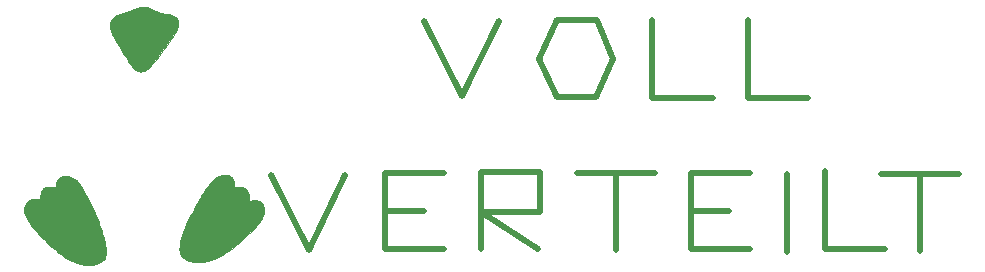
<source format=gbr>
%TF.GenerationSoftware,KiCad,Pcbnew,6.0.0-rc1-unknown-65cbf2d2b7~144~ubuntu18.04.1*%
%TF.CreationDate,2022-01-27T22:01:49+01:00*%
%TF.ProjectId,voll_verteilt,766f6c6c-5f76-4657-9274-65696c742e6b,rev?*%
%TF.SameCoordinates,PX52f83c0PY660b0c0*%
%TF.FileFunction,Soldermask,Top*%
%TF.FilePolarity,Negative*%
%FSLAX46Y46*%
G04 Gerber Fmt 4.6, Leading zero omitted, Abs format (unit mm)*
G04 Created by KiCad (PCBNEW 6.0.0-rc1-unknown-65cbf2d2b7~144~ubuntu18.04.1) date 2022-01-27 22:01:49*
%MOMM*%
%LPD*%
G01*
G04 APERTURE LIST*
%ADD10C,0.500000*%
%ADD11C,0.090994*%
%ADD12C,0.100000*%
G04 APERTURE END LIST*
D10*
X63000000Y22300000D02*
X63000000Y15700000D01*
X58150000Y6050000D02*
X58150000Y2900000D01*
X48500000Y9350000D02*
X55100000Y9350000D01*
D11*
X17784956Y2081654D02*
X17952773Y2153337D01*
X17952773Y2153337D02*
X18121817Y2232598D01*
X18121817Y2232598D02*
X18292249Y2319553D01*
X18292249Y2319553D02*
X18464228Y2414317D01*
X18464228Y2414317D02*
X18637911Y2517006D01*
X18637911Y2517006D02*
X18813459Y2627734D01*
X18813459Y2627734D02*
X18991029Y2746618D01*
X18991029Y2746618D02*
X19170782Y2873772D01*
X19170782Y2873772D02*
X19352876Y3009312D01*
X19352876Y3009312D02*
X19537470Y3153354D01*
X19537470Y3153354D02*
X19724722Y3306013D01*
X19724722Y3306013D02*
X19914793Y3467403D01*
X19914793Y3467403D02*
X20107841Y3637642D01*
X20107841Y3637642D02*
X20304024Y3816843D01*
X20304024Y3816843D02*
X20503502Y4005122D01*
X20503502Y4005122D02*
X20706434Y4202595D01*
X20706434Y4202595D02*
X20897359Y4392773D01*
X20897359Y4392773D02*
X21069510Y4568130D01*
X21069510Y4568130D02*
X21223777Y4730068D01*
X21223777Y4730068D02*
X21361052Y4879994D01*
X21361052Y4879994D02*
X21482225Y5019311D01*
X21482225Y5019311D02*
X21588187Y5149424D01*
X21588187Y5149424D02*
X21679830Y5271736D01*
X21679830Y5271736D02*
X21758043Y5387654D01*
X21758043Y5387654D02*
X21823719Y5498580D01*
X21823719Y5498580D02*
X21877747Y5605920D01*
X21877747Y5605920D02*
X21921019Y5711077D01*
X21921019Y5711077D02*
X21954425Y5815457D01*
X21954425Y5815457D02*
X21978857Y5920463D01*
X21978857Y5920463D02*
X21995206Y6027500D01*
X21995206Y6027500D02*
X22004362Y6137973D01*
X22004362Y6137973D02*
X22007216Y6253285D01*
X22007216Y6253285D02*
X22006268Y6303800D01*
X22006268Y6303800D02*
X22003438Y6352852D01*
X22003438Y6352852D02*
X21998746Y6400423D01*
X21998746Y6400423D02*
X21992209Y6446496D01*
X21992209Y6446496D02*
X21983847Y6491052D01*
X21983847Y6491052D02*
X21973680Y6534075D01*
X21973680Y6534075D02*
X21961725Y6575546D01*
X21961725Y6575546D02*
X21948004Y6615447D01*
X21948004Y6615447D02*
X21932534Y6653762D01*
X21932534Y6653762D02*
X21915334Y6690473D01*
X21915334Y6690473D02*
X21896425Y6725561D01*
X21896425Y6725561D02*
X21875824Y6759009D01*
X21875824Y6759009D02*
X21853551Y6790800D01*
X21853551Y6790800D02*
X21829625Y6820915D01*
X21829625Y6820915D02*
X21804066Y6849338D01*
X21804066Y6849338D02*
X21776892Y6876049D01*
X21776892Y6876049D02*
X21748122Y6901033D01*
X21748122Y6901033D02*
X21717776Y6924271D01*
X21717776Y6924271D02*
X21685872Y6945745D01*
X21685872Y6945745D02*
X21652431Y6965438D01*
X21652431Y6965438D02*
X21617470Y6983332D01*
X21617470Y6983332D02*
X21581009Y6999410D01*
X21581009Y6999410D02*
X21543068Y7013653D01*
X21543068Y7013653D02*
X21503664Y7026044D01*
X21503664Y7026044D02*
X21462818Y7036566D01*
X21462818Y7036566D02*
X21420548Y7045201D01*
X21420548Y7045201D02*
X21376874Y7051930D01*
X21376874Y7051930D02*
X21331815Y7056737D01*
X21331815Y7056737D02*
X21285389Y7059604D01*
X21285389Y7059604D02*
X21237616Y7060512D01*
X21237616Y7060512D02*
X21188515Y7059446D01*
X21188515Y7059446D02*
X21138105Y7056385D01*
X21138105Y7056385D02*
X20733290Y7024189D01*
X20733290Y7024189D02*
X20733290Y7353810D01*
X20733290Y7353810D02*
X20732402Y7390887D01*
X20732402Y7390887D02*
X20729780Y7428618D01*
X20729780Y7428618D02*
X20725482Y7466820D01*
X20725482Y7466820D02*
X20719571Y7505310D01*
X20719571Y7505310D02*
X20712106Y7543905D01*
X20712106Y7543905D02*
X20703147Y7582423D01*
X20703147Y7582423D02*
X20692755Y7620681D01*
X20692755Y7620681D02*
X20680990Y7658497D01*
X20680990Y7658497D02*
X20667913Y7695688D01*
X20667913Y7695688D02*
X20653583Y7732071D01*
X20653583Y7732071D02*
X20638062Y7767464D01*
X20638062Y7767464D02*
X20621409Y7801683D01*
X20621409Y7801683D02*
X20603686Y7834547D01*
X20603686Y7834547D02*
X20584951Y7865872D01*
X20584951Y7865872D02*
X20565266Y7895476D01*
X20565266Y7895476D02*
X20544691Y7923176D01*
X20544691Y7923176D02*
X20515608Y7959001D01*
X20515608Y7959001D02*
X20487340Y7991201D01*
X20487340Y7991201D02*
X20473361Y8005999D01*
X20473361Y8005999D02*
X20459406Y8019959D01*
X20459406Y8019959D02*
X20445414Y8033103D01*
X20445414Y8033103D02*
X20431325Y8045454D01*
X20431325Y8045454D02*
X20417080Y8057036D01*
X20417080Y8057036D02*
X20402617Y8067870D01*
X20402617Y8067870D02*
X20387876Y8077979D01*
X20387876Y8077979D02*
X20372799Y8087385D01*
X20372799Y8087385D02*
X20357323Y8096113D01*
X20357323Y8096113D02*
X20341390Y8104183D01*
X20341390Y8104183D02*
X20324938Y8111619D01*
X20324938Y8111619D02*
X20307909Y8118443D01*
X20307909Y8118443D02*
X20290241Y8124678D01*
X20290241Y8124678D02*
X20271875Y8130347D01*
X20271875Y8130347D02*
X20252751Y8135472D01*
X20252751Y8135472D02*
X20232807Y8140076D01*
X20232807Y8140076D02*
X20211985Y8144182D01*
X20211985Y8144182D02*
X20190223Y8147812D01*
X20190223Y8147812D02*
X20167463Y8150989D01*
X20167463Y8150989D02*
X20143643Y8153735D01*
X20143643Y8153735D02*
X20092584Y8158026D01*
X20092584Y8158026D02*
X20036567Y8160867D01*
X20036567Y8160867D02*
X19975108Y8162439D01*
X19975108Y8162439D02*
X19907728Y8162922D01*
X19907728Y8162922D02*
X19459364Y8162922D01*
X19459364Y8162922D02*
X19459364Y8481404D01*
X19459364Y8481404D02*
X19457757Y8537822D01*
X19457757Y8537822D02*
X19452987Y8592299D01*
X19452987Y8592299D02*
X19445134Y8644795D01*
X19445134Y8644795D02*
X19434276Y8695268D01*
X19434276Y8695268D02*
X19420490Y8743679D01*
X19420490Y8743679D02*
X19403855Y8789985D01*
X19403855Y8789985D02*
X19384450Y8834148D01*
X19384450Y8834148D02*
X19362352Y8876124D01*
X19362352Y8876124D02*
X19337640Y8915875D01*
X19337640Y8915875D02*
X19310393Y8953359D01*
X19310393Y8953359D02*
X19280689Y8988536D01*
X19280689Y8988536D02*
X19248605Y9021364D01*
X19248605Y9021364D02*
X19214221Y9051803D01*
X19214221Y9051803D02*
X19177614Y9079813D01*
X19177614Y9079813D02*
X19138864Y9105352D01*
X19138864Y9105352D02*
X19098047Y9128380D01*
X19098047Y9128380D02*
X19055243Y9148856D01*
X19055243Y9148856D02*
X19010531Y9166740D01*
X19010531Y9166740D02*
X18963987Y9181990D01*
X18963987Y9181990D02*
X18915691Y9194565D01*
X18915691Y9194565D02*
X18865720Y9204426D01*
X18865720Y9204426D02*
X18814154Y9211531D01*
X18814154Y9211531D02*
X18761070Y9215840D01*
X18761070Y9215840D02*
X18706547Y9217312D01*
X18706547Y9217312D02*
X18650663Y9215906D01*
X18650663Y9215906D02*
X18593497Y9211581D01*
X18593497Y9211581D02*
X18535126Y9204297D01*
X18535126Y9204297D02*
X18475629Y9194012D01*
X18475629Y9194012D02*
X18415085Y9180687D01*
X18415085Y9180687D02*
X18353571Y9164280D01*
X18353571Y9164280D02*
X18291167Y9144751D01*
X18291167Y9144751D02*
X18227949Y9122059D01*
X18227949Y9122059D02*
X18135686Y9083687D01*
X18135686Y9083687D02*
X18046484Y9039790D01*
X18046484Y9039790D02*
X18002781Y9015484D01*
X18002781Y9015484D02*
X17959543Y8989453D01*
X17959543Y8989453D02*
X17916672Y8961581D01*
X17916672Y8961581D02*
X17874068Y8931755D01*
X17874068Y8931755D02*
X17831630Y8899858D01*
X17831630Y8899858D02*
X17789259Y8865778D01*
X17789259Y8865778D02*
X17746855Y8829398D01*
X17746855Y8829398D02*
X17704319Y8790604D01*
X17704319Y8790604D02*
X17618451Y8705314D01*
X17618451Y8705314D02*
X17530855Y8608990D01*
X17530855Y8608990D02*
X17440735Y8500714D01*
X17440735Y8500714D02*
X17347293Y8379566D01*
X17347293Y8379566D02*
X17249731Y8244629D01*
X17249731Y8244629D02*
X17147251Y8094984D01*
X17147251Y8094984D02*
X17039055Y7929712D01*
X17039055Y7929712D02*
X16924345Y7747895D01*
X16924345Y7747895D02*
X16802324Y7548614D01*
X16802324Y7548614D02*
X16672194Y7330952D01*
X16672194Y7330952D02*
X16194535Y6493872D01*
X16194535Y6493872D02*
X15981831Y6097251D01*
X15981831Y6097251D02*
X15786841Y5716050D01*
X15786841Y5716050D02*
X15609790Y5350875D01*
X15609790Y5350875D02*
X15450902Y5002333D01*
X15450902Y5002333D02*
X15310400Y4671028D01*
X15310400Y4671028D02*
X15188509Y4357567D01*
X15188509Y4357567D02*
X15085452Y4062556D01*
X15085452Y4062556D02*
X15001454Y3786600D01*
X15001454Y3786600D02*
X14936738Y3530306D01*
X14936738Y3530306D02*
X14891529Y3294279D01*
X14891529Y3294279D02*
X14866049Y3079125D01*
X14866049Y3079125D02*
X14860524Y2885450D01*
X14860524Y2885450D02*
X14875176Y2713860D01*
X14875176Y2713860D02*
X14910231Y2564961D01*
X14910231Y2564961D02*
X14936885Y2495675D01*
X14936885Y2495675D02*
X14969948Y2429492D01*
X14969948Y2429492D02*
X15009187Y2366452D01*
X15009187Y2366452D02*
X15054369Y2306594D01*
X15054369Y2306594D02*
X15105261Y2249957D01*
X15105261Y2249957D02*
X15161628Y2196580D01*
X15161628Y2196580D02*
X15223238Y2146503D01*
X15223238Y2146503D02*
X15289857Y2099764D01*
X15289857Y2099764D02*
X15361253Y2056403D01*
X15361253Y2056403D02*
X15437191Y2016459D01*
X15437191Y2016459D02*
X15517439Y1979972D01*
X15517439Y1979972D02*
X15601763Y1946981D01*
X15601763Y1946981D02*
X15689929Y1917524D01*
X15689929Y1917524D02*
X15781705Y1891641D01*
X15781705Y1891641D02*
X15876858Y1869371D01*
X15876858Y1869371D02*
X15975153Y1850754D01*
X15975153Y1850754D02*
X16076358Y1835829D01*
X16076358Y1835829D02*
X16180239Y1824634D01*
X16180239Y1824634D02*
X16286563Y1817210D01*
X16286563Y1817210D02*
X16395096Y1813595D01*
X16395096Y1813595D02*
X16505606Y1813829D01*
X16505606Y1813829D02*
X16617859Y1817950D01*
X16617859Y1817950D02*
X16731622Y1825999D01*
X16731622Y1825999D02*
X16846661Y1838014D01*
X16846661Y1838014D02*
X16962743Y1854034D01*
X16962743Y1854034D02*
X17079635Y1874099D01*
X17079635Y1874099D02*
X17197103Y1898248D01*
X17197103Y1898248D02*
X17314915Y1926520D01*
X17314915Y1926520D02*
X17432836Y1958954D01*
X17432836Y1958954D02*
X17550634Y1995590D01*
X17550634Y1995590D02*
X17668075Y2036467D01*
X17668075Y2036467D02*
X17784925Y2081624D01*
X17784925Y2081624D02*
X17784956Y2081654D01*
X17784956Y2081654D02*
X17784956Y2081654D01*
G36*
X18761070Y9215840D02*
G01*
X18814154Y9211531D01*
X18865720Y9204426D01*
X18915691Y9194565D01*
X18963987Y9181990D01*
X19010531Y9166740D01*
X19055243Y9148856D01*
X19098047Y9128380D01*
X19138864Y9105352D01*
X19177614Y9079813D01*
X19214221Y9051803D01*
X19248605Y9021364D01*
X19280689Y8988536D01*
X19310393Y8953359D01*
X19337640Y8915875D01*
X19362352Y8876124D01*
X19384450Y8834148D01*
X19403855Y8789985D01*
X19420490Y8743679D01*
X19434276Y8695268D01*
X19445134Y8644795D01*
X19452987Y8592299D01*
X19457757Y8537822D01*
X19459364Y8481404D01*
X19459364Y8162922D01*
X19907728Y8162922D01*
X19975108Y8162439D01*
X20036567Y8160867D01*
X20092584Y8158026D01*
X20143643Y8153735D01*
X20167463Y8150989D01*
X20190223Y8147812D01*
X20211985Y8144182D01*
X20232807Y8140076D01*
X20252751Y8135472D01*
X20271875Y8130347D01*
X20290241Y8124678D01*
X20307909Y8118443D01*
X20324938Y8111619D01*
X20341390Y8104183D01*
X20357323Y8096113D01*
X20372799Y8087385D01*
X20387876Y8077979D01*
X20402617Y8067870D01*
X20417080Y8057036D01*
X20431325Y8045454D01*
X20445414Y8033103D01*
X20459406Y8019959D01*
X20473361Y8005999D01*
X20487340Y7991201D01*
X20515608Y7959001D01*
X20544691Y7923176D01*
X20565266Y7895476D01*
X20584951Y7865872D01*
X20603686Y7834547D01*
X20621409Y7801683D01*
X20638062Y7767464D01*
X20653583Y7732071D01*
X20667913Y7695688D01*
X20680990Y7658497D01*
X20692755Y7620681D01*
X20703147Y7582423D01*
X20712106Y7543905D01*
X20719571Y7505310D01*
X20725482Y7466820D01*
X20729780Y7428618D01*
X20732402Y7390887D01*
X20733290Y7353810D01*
X20733290Y7024189D01*
X21138105Y7056385D01*
X21188515Y7059446D01*
X21237616Y7060512D01*
X21285389Y7059604D01*
X21331815Y7056737D01*
X21376874Y7051930D01*
X21420548Y7045201D01*
X21462818Y7036566D01*
X21503664Y7026044D01*
X21543068Y7013653D01*
X21581009Y6999410D01*
X21617470Y6983332D01*
X21652431Y6965438D01*
X21685872Y6945745D01*
X21717776Y6924271D01*
X21748122Y6901033D01*
X21776892Y6876049D01*
X21804066Y6849338D01*
X21829625Y6820915D01*
X21853551Y6790800D01*
X21875824Y6759009D01*
X21896425Y6725561D01*
X21915334Y6690473D01*
X21932534Y6653762D01*
X21948004Y6615447D01*
X21961725Y6575546D01*
X21973680Y6534075D01*
X21983847Y6491052D01*
X21992209Y6446496D01*
X21998746Y6400423D01*
X22003438Y6352852D01*
X22006268Y6303800D01*
X22007216Y6253285D01*
X22004362Y6137973D01*
X21995206Y6027500D01*
X21978857Y5920463D01*
X21954425Y5815457D01*
X21921019Y5711077D01*
X21877747Y5605920D01*
X21823719Y5498580D01*
X21758043Y5387654D01*
X21679830Y5271736D01*
X21588187Y5149424D01*
X21482225Y5019311D01*
X21361052Y4879994D01*
X21223777Y4730068D01*
X21069510Y4568130D01*
X20897359Y4392773D01*
X20706434Y4202595D01*
X20503502Y4005122D01*
X20304024Y3816843D01*
X20107841Y3637642D01*
X19914793Y3467403D01*
X19724722Y3306013D01*
X19537470Y3153354D01*
X19352876Y3009312D01*
X19170782Y2873772D01*
X18991029Y2746618D01*
X18813459Y2627734D01*
X18637911Y2517006D01*
X18464228Y2414317D01*
X18292249Y2319553D01*
X18121817Y2232598D01*
X17952773Y2153337D01*
X17784956Y2081654D01*
X17784925Y2081624D01*
X17668075Y2036467D01*
X17550634Y1995590D01*
X17432836Y1958954D01*
X17314915Y1926520D01*
X17197103Y1898248D01*
X17079635Y1874099D01*
X16962743Y1854034D01*
X16846661Y1838014D01*
X16731622Y1825999D01*
X16617859Y1817950D01*
X16505606Y1813829D01*
X16395096Y1813595D01*
X16286563Y1817210D01*
X16180239Y1824634D01*
X16076358Y1835829D01*
X15975153Y1850754D01*
X15876858Y1869371D01*
X15781705Y1891641D01*
X15689929Y1917524D01*
X15601763Y1946981D01*
X15517439Y1979972D01*
X15437191Y2016459D01*
X15361253Y2056403D01*
X15289857Y2099764D01*
X15223238Y2146503D01*
X15161628Y2196580D01*
X15105261Y2249957D01*
X15054369Y2306594D01*
X15009187Y2366452D01*
X14969948Y2429492D01*
X14936885Y2495675D01*
X14910231Y2564961D01*
X14875176Y2713860D01*
X14860524Y2885450D01*
X14866049Y3079125D01*
X14891529Y3294279D01*
X14936738Y3530306D01*
X15001454Y3786600D01*
X15085452Y4062556D01*
X15188509Y4357567D01*
X15310400Y4671028D01*
X15450902Y5002333D01*
X15609790Y5350875D01*
X15786841Y5716050D01*
X15981831Y6097251D01*
X16194535Y6493872D01*
X16672194Y7330952D01*
X16802324Y7548614D01*
X16924345Y7747895D01*
X17039055Y7929712D01*
X17147251Y8094984D01*
X17249731Y8244629D01*
X17347293Y8379566D01*
X17440735Y8500714D01*
X17530855Y8608990D01*
X17618451Y8705314D01*
X17704319Y8790604D01*
X17746855Y8829398D01*
X17789259Y8865778D01*
X17831630Y8899858D01*
X17874068Y8931755D01*
X17916672Y8961581D01*
X17959543Y8989453D01*
X18002781Y9015484D01*
X18046484Y9039790D01*
X18135686Y9083687D01*
X18227949Y9122059D01*
X18291167Y9144751D01*
X18353571Y9164280D01*
X18415085Y9180687D01*
X18475629Y9194012D01*
X18535126Y9204297D01*
X18593497Y9211581D01*
X18650663Y9215906D01*
X18706547Y9217312D01*
X18761070Y9215840D01*
G37*
X18761070Y9215840D02*
X18814154Y9211531D01*
X18865720Y9204426D01*
X18915691Y9194565D01*
X18963987Y9181990D01*
X19010531Y9166740D01*
X19055243Y9148856D01*
X19098047Y9128380D01*
X19138864Y9105352D01*
X19177614Y9079813D01*
X19214221Y9051803D01*
X19248605Y9021364D01*
X19280689Y8988536D01*
X19310393Y8953359D01*
X19337640Y8915875D01*
X19362352Y8876124D01*
X19384450Y8834148D01*
X19403855Y8789985D01*
X19420490Y8743679D01*
X19434276Y8695268D01*
X19445134Y8644795D01*
X19452987Y8592299D01*
X19457757Y8537822D01*
X19459364Y8481404D01*
X19459364Y8162922D01*
X19907728Y8162922D01*
X19975108Y8162439D01*
X20036567Y8160867D01*
X20092584Y8158026D01*
X20143643Y8153735D01*
X20167463Y8150989D01*
X20190223Y8147812D01*
X20211985Y8144182D01*
X20232807Y8140076D01*
X20252751Y8135472D01*
X20271875Y8130347D01*
X20290241Y8124678D01*
X20307909Y8118443D01*
X20324938Y8111619D01*
X20341390Y8104183D01*
X20357323Y8096113D01*
X20372799Y8087385D01*
X20387876Y8077979D01*
X20402617Y8067870D01*
X20417080Y8057036D01*
X20431325Y8045454D01*
X20445414Y8033103D01*
X20459406Y8019959D01*
X20473361Y8005999D01*
X20487340Y7991201D01*
X20515608Y7959001D01*
X20544691Y7923176D01*
X20565266Y7895476D01*
X20584951Y7865872D01*
X20603686Y7834547D01*
X20621409Y7801683D01*
X20638062Y7767464D01*
X20653583Y7732071D01*
X20667913Y7695688D01*
X20680990Y7658497D01*
X20692755Y7620681D01*
X20703147Y7582423D01*
X20712106Y7543905D01*
X20719571Y7505310D01*
X20725482Y7466820D01*
X20729780Y7428618D01*
X20732402Y7390887D01*
X20733290Y7353810D01*
X20733290Y7024189D01*
X21138105Y7056385D01*
X21188515Y7059446D01*
X21237616Y7060512D01*
X21285389Y7059604D01*
X21331815Y7056737D01*
X21376874Y7051930D01*
X21420548Y7045201D01*
X21462818Y7036566D01*
X21503664Y7026044D01*
X21543068Y7013653D01*
X21581009Y6999410D01*
X21617470Y6983332D01*
X21652431Y6965438D01*
X21685872Y6945745D01*
X21717776Y6924271D01*
X21748122Y6901033D01*
X21776892Y6876049D01*
X21804066Y6849338D01*
X21829625Y6820915D01*
X21853551Y6790800D01*
X21875824Y6759009D01*
X21896425Y6725561D01*
X21915334Y6690473D01*
X21932534Y6653762D01*
X21948004Y6615447D01*
X21961725Y6575546D01*
X21973680Y6534075D01*
X21983847Y6491052D01*
X21992209Y6446496D01*
X21998746Y6400423D01*
X22003438Y6352852D01*
X22006268Y6303800D01*
X22007216Y6253285D01*
X22004362Y6137973D01*
X21995206Y6027500D01*
X21978857Y5920463D01*
X21954425Y5815457D01*
X21921019Y5711077D01*
X21877747Y5605920D01*
X21823719Y5498580D01*
X21758043Y5387654D01*
X21679830Y5271736D01*
X21588187Y5149424D01*
X21482225Y5019311D01*
X21361052Y4879994D01*
X21223777Y4730068D01*
X21069510Y4568130D01*
X20897359Y4392773D01*
X20706434Y4202595D01*
X20503502Y4005122D01*
X20304024Y3816843D01*
X20107841Y3637642D01*
X19914793Y3467403D01*
X19724722Y3306013D01*
X19537470Y3153354D01*
X19352876Y3009312D01*
X19170782Y2873772D01*
X18991029Y2746618D01*
X18813459Y2627734D01*
X18637911Y2517006D01*
X18464228Y2414317D01*
X18292249Y2319553D01*
X18121817Y2232598D01*
X17952773Y2153337D01*
X17784956Y2081654D01*
X17784925Y2081624D01*
X17668075Y2036467D01*
X17550634Y1995590D01*
X17432836Y1958954D01*
X17314915Y1926520D01*
X17197103Y1898248D01*
X17079635Y1874099D01*
X16962743Y1854034D01*
X16846661Y1838014D01*
X16731622Y1825999D01*
X16617859Y1817950D01*
X16505606Y1813829D01*
X16395096Y1813595D01*
X16286563Y1817210D01*
X16180239Y1824634D01*
X16076358Y1835829D01*
X15975153Y1850754D01*
X15876858Y1869371D01*
X15781705Y1891641D01*
X15689929Y1917524D01*
X15601763Y1946981D01*
X15517439Y1979972D01*
X15437191Y2016459D01*
X15361253Y2056403D01*
X15289857Y2099764D01*
X15223238Y2146503D01*
X15161628Y2196580D01*
X15105261Y2249957D01*
X15054369Y2306594D01*
X15009187Y2366452D01*
X14969948Y2429492D01*
X14936885Y2495675D01*
X14910231Y2564961D01*
X14875176Y2713860D01*
X14860524Y2885450D01*
X14866049Y3079125D01*
X14891529Y3294279D01*
X14936738Y3530306D01*
X15001454Y3786600D01*
X15085452Y4062556D01*
X15188509Y4357567D01*
X15310400Y4671028D01*
X15450902Y5002333D01*
X15609790Y5350875D01*
X15786841Y5716050D01*
X15981831Y6097251D01*
X16194535Y6493872D01*
X16672194Y7330952D01*
X16802324Y7548614D01*
X16924345Y7747895D01*
X17039055Y7929712D01*
X17147251Y8094984D01*
X17249731Y8244629D01*
X17347293Y8379566D01*
X17440735Y8500714D01*
X17530855Y8608990D01*
X17618451Y8705314D01*
X17704319Y8790604D01*
X17746855Y8829398D01*
X17789259Y8865778D01*
X17831630Y8899858D01*
X17874068Y8931755D01*
X17916672Y8961581D01*
X17959543Y8989453D01*
X18002781Y9015484D01*
X18046484Y9039790D01*
X18135686Y9083687D01*
X18227949Y9122059D01*
X18291167Y9144751D01*
X18353571Y9164280D01*
X18415085Y9180687D01*
X18475629Y9194012D01*
X18535126Y9204297D01*
X18593497Y9211581D01*
X18650663Y9215906D01*
X18706547Y9217312D01*
X18761070Y9215840D01*
D10*
X50100000Y15800000D02*
X46800832Y15791124D01*
X45350000Y6050000D02*
X40400000Y6050000D01*
X40400000Y6050000D02*
X40400000Y2950000D01*
X45300000Y19000000D02*
X46800000Y22300000D01*
X32300000Y6050000D02*
X32300000Y2900000D01*
X63000000Y15700000D02*
X68100000Y15700000D01*
X66300000Y9300000D02*
X66300000Y2700000D01*
X74250000Y9300000D02*
X80850000Y9300000D01*
X51800000Y9350000D02*
X51800000Y2800000D01*
X69500000Y9500000D02*
X69500000Y2900000D01*
X46800832Y15791124D02*
X45300000Y19000000D01*
X38800000Y15900000D02*
X38800000Y15900000D01*
X54900000Y15700000D02*
X60000000Y15700000D01*
X58150000Y9350000D02*
X58150000Y6050000D01*
X58150000Y2900000D02*
X63150000Y2900000D01*
D11*
X7985821Y1723969D02*
X8068977Y1763062D01*
X8068977Y1763062D02*
X8144744Y1801529D01*
X8144744Y1801529D02*
X8213501Y1839837D01*
X8213501Y1839837D02*
X8275623Y1878453D01*
X8275623Y1878453D02*
X8331489Y1917844D01*
X8331489Y1917844D02*
X8381473Y1958478D01*
X8381473Y1958478D02*
X8404378Y1979407D01*
X8404378Y1979407D02*
X8425955Y2000821D01*
X8425955Y2000821D02*
X8446249Y2022780D01*
X8446249Y2022780D02*
X8465310Y2045342D01*
X8465310Y2045342D02*
X8483182Y2068565D01*
X8483182Y2068565D02*
X8499915Y2092507D01*
X8499915Y2092507D02*
X8515554Y2117227D01*
X8515554Y2117227D02*
X8530147Y2142783D01*
X8530147Y2142783D02*
X8543741Y2169234D01*
X8543741Y2169234D02*
X8556384Y2196639D01*
X8556384Y2196639D02*
X8579001Y2254540D01*
X8579001Y2254540D02*
X8598377Y2316954D01*
X8598377Y2316954D02*
X8614887Y2384350D01*
X8614887Y2384350D02*
X8628909Y2457192D01*
X8628909Y2457192D02*
X8640820Y2535950D01*
X8640820Y2535950D02*
X8647231Y2623833D01*
X8647231Y2623833D02*
X8645761Y2729862D01*
X8645761Y2729862D02*
X8636808Y2852351D01*
X8636808Y2852351D02*
X8620766Y2989617D01*
X8620766Y2989617D02*
X8598032Y3139976D01*
X8598032Y3139976D02*
X8569002Y3301742D01*
X8569002Y3301742D02*
X8534072Y3473231D01*
X8534072Y3473231D02*
X8493638Y3652760D01*
X8493638Y3652760D02*
X8448095Y3838643D01*
X8448095Y3838643D02*
X8397841Y4029197D01*
X8397841Y4029197D02*
X8343271Y4222737D01*
X8343271Y4222737D02*
X8284781Y4417578D01*
X8284781Y4417578D02*
X8222768Y4612036D01*
X8222768Y4612036D02*
X8157626Y4804427D01*
X8157626Y4804427D02*
X8089752Y4993066D01*
X8089752Y4993066D02*
X8019543Y5176270D01*
X8019543Y5176270D02*
X7870701Y5528379D01*
X7870701Y5528379D02*
X7668825Y5973096D01*
X7668825Y5973096D02*
X7432486Y6472872D01*
X7432486Y6472872D02*
X7180256Y6990159D01*
X7180256Y6990159D02*
X6930708Y7487406D01*
X6930708Y7487406D02*
X6702411Y7927066D01*
X6702411Y7927066D02*
X6513939Y8271590D01*
X6513939Y8271590D02*
X6383862Y8483429D01*
X6383862Y8483429D02*
X6332837Y8550369D01*
X6332837Y8550369D02*
X6277155Y8614646D01*
X6277155Y8614646D02*
X6217235Y8676031D01*
X6217235Y8676031D02*
X6153494Y8734296D01*
X6153494Y8734296D02*
X6086351Y8789213D01*
X6086351Y8789213D02*
X6016223Y8840553D01*
X6016223Y8840553D02*
X5943529Y8888087D01*
X5943529Y8888087D02*
X5868687Y8931588D01*
X5868687Y8931588D02*
X5792115Y8970826D01*
X5792115Y8970826D02*
X5714230Y9005574D01*
X5714230Y9005574D02*
X5635451Y9035603D01*
X5635451Y9035603D02*
X5556197Y9060684D01*
X5556197Y9060684D02*
X5476884Y9080589D01*
X5476884Y9080589D02*
X5397932Y9095090D01*
X5397932Y9095090D02*
X5319757Y9103958D01*
X5319757Y9103958D02*
X5281093Y9106208D01*
X5281093Y9106208D02*
X5242779Y9106965D01*
X5242779Y9106965D02*
X5155047Y9104562D01*
X5155047Y9104562D02*
X5072341Y9097340D01*
X5072341Y9097340D02*
X4994637Y9085279D01*
X4994637Y9085279D02*
X4921907Y9068361D01*
X4921907Y9068361D02*
X4887401Y9058074D01*
X4887401Y9058074D02*
X4854128Y9046565D01*
X4854128Y9046565D02*
X4822087Y9033832D01*
X4822087Y9033832D02*
X4791274Y9019873D01*
X4791274Y9019873D02*
X4761685Y9004684D01*
X4761685Y9004684D02*
X4733319Y8988263D01*
X4733319Y8988263D02*
X4706170Y8970609D01*
X4706170Y8970609D02*
X4680237Y8951718D01*
X4680237Y8951718D02*
X4655516Y8931588D01*
X4655516Y8931588D02*
X4632004Y8910217D01*
X4632004Y8910217D02*
X4609698Y8887602D01*
X4609698Y8887602D02*
X4588594Y8863740D01*
X4588594Y8863740D02*
X4568690Y8838630D01*
X4568690Y8838630D02*
X4549982Y8812269D01*
X4549982Y8812269D02*
X4532466Y8784655D01*
X4532466Y8784655D02*
X4516141Y8755784D01*
X4516141Y8755784D02*
X4501002Y8725655D01*
X4501002Y8725655D02*
X4487047Y8694265D01*
X4487047Y8694265D02*
X4474272Y8661612D01*
X4474272Y8661612D02*
X4462674Y8627692D01*
X4462674Y8627692D02*
X4442997Y8556047D01*
X4442997Y8556047D02*
X4427990Y8479310D01*
X4427990Y8479310D02*
X4372876Y8134552D01*
X4372876Y8134552D02*
X3937817Y8176362D01*
X3937817Y8176362D02*
X3840833Y8183200D01*
X3840833Y8183200D02*
X3750842Y8184258D01*
X3750842Y8184258D02*
X3708390Y8182555D01*
X3708390Y8182555D02*
X3667591Y8179329D01*
X3667591Y8179329D02*
X3628414Y8174555D01*
X3628414Y8174555D02*
X3590828Y8168207D01*
X3590828Y8168207D02*
X3554801Y8160258D01*
X3554801Y8160258D02*
X3520301Y8150683D01*
X3520301Y8150683D02*
X3487297Y8139456D01*
X3487297Y8139456D02*
X3455758Y8126551D01*
X3455758Y8126551D02*
X3425650Y8111942D01*
X3425650Y8111942D02*
X3396944Y8095603D01*
X3396944Y8095603D02*
X3369608Y8077509D01*
X3369608Y8077509D02*
X3343609Y8057633D01*
X3343609Y8057633D02*
X3318917Y8035950D01*
X3318917Y8035950D02*
X3295500Y8012433D01*
X3295500Y8012433D02*
X3273326Y7987057D01*
X3273326Y7987057D02*
X3252364Y7959796D01*
X3252364Y7959796D02*
X3232582Y7930624D01*
X3232582Y7930624D02*
X3213948Y7899515D01*
X3213948Y7899515D02*
X3196432Y7866443D01*
X3196432Y7866443D02*
X3180001Y7831382D01*
X3180001Y7831382D02*
X3164624Y7794307D01*
X3164624Y7794307D02*
X3150269Y7755191D01*
X3150269Y7755191D02*
X3136905Y7714009D01*
X3136905Y7714009D02*
X3124501Y7670735D01*
X3124501Y7670735D02*
X3102443Y7577806D01*
X3102443Y7577806D02*
X3083844Y7476197D01*
X3083844Y7476197D02*
X3063196Y7352885D01*
X3063196Y7352885D02*
X3053474Y7302901D01*
X3053474Y7302901D02*
X3043555Y7260123D01*
X3043555Y7260123D02*
X3032989Y7224123D01*
X3032989Y7224123D02*
X3027323Y7208530D01*
X3027323Y7208530D02*
X3021326Y7194470D01*
X3021326Y7194470D02*
X3014943Y7181889D01*
X3014943Y7181889D02*
X3008117Y7170734D01*
X3008117Y7170734D02*
X3000793Y7160951D01*
X3000793Y7160951D02*
X2992913Y7152485D01*
X2992913Y7152485D02*
X2984422Y7145284D01*
X2984422Y7145284D02*
X2975263Y7139294D01*
X2975263Y7139294D02*
X2965381Y7134460D01*
X2965381Y7134460D02*
X2954719Y7130730D01*
X2954719Y7130730D02*
X2943221Y7128048D01*
X2943221Y7128048D02*
X2930831Y7126363D01*
X2930831Y7126363D02*
X2917492Y7125619D01*
X2917492Y7125619D02*
X2903149Y7125763D01*
X2903149Y7125763D02*
X2871224Y7128500D01*
X2871224Y7128500D02*
X2834606Y7134145D01*
X2834606Y7134145D02*
X2792846Y7142267D01*
X2792846Y7142267D02*
X2745495Y7152436D01*
X2745495Y7152436D02*
X2671804Y7165487D01*
X2671804Y7165487D02*
X2598769Y7172255D01*
X2598769Y7172255D02*
X2526664Y7172873D01*
X2526664Y7172873D02*
X2455763Y7167477D01*
X2455763Y7167477D02*
X2386338Y7156204D01*
X2386338Y7156204D02*
X2318664Y7139188D01*
X2318664Y7139188D02*
X2253013Y7116565D01*
X2253013Y7116565D02*
X2189660Y7088471D01*
X2189660Y7088471D02*
X2128876Y7055041D01*
X2128876Y7055041D02*
X2070936Y7016411D01*
X2070936Y7016411D02*
X2016113Y6972716D01*
X2016113Y6972716D02*
X1964681Y6924092D01*
X1964681Y6924092D02*
X1916912Y6870674D01*
X1916912Y6870674D02*
X1873080Y6812598D01*
X1873080Y6812598D02*
X1833459Y6750000D01*
X1833459Y6750000D02*
X1798321Y6683014D01*
X1798321Y6683014D02*
X1770361Y6619103D01*
X1770361Y6619103D02*
X1746997Y6554765D01*
X1746997Y6554765D02*
X1728245Y6489828D01*
X1728245Y6489828D02*
X1714122Y6424120D01*
X1714122Y6424120D02*
X1704645Y6357468D01*
X1704645Y6357468D02*
X1699830Y6289700D01*
X1699830Y6289700D02*
X1699694Y6220644D01*
X1699694Y6220644D02*
X1704255Y6150128D01*
X1704255Y6150128D02*
X1713527Y6077979D01*
X1713527Y6077979D02*
X1727529Y6004025D01*
X1727529Y6004025D02*
X1746277Y5928095D01*
X1746277Y5928095D02*
X1769787Y5850015D01*
X1769787Y5850015D02*
X1798076Y5769613D01*
X1798076Y5769613D02*
X1831161Y5686718D01*
X1831161Y5686718D02*
X1869059Y5601156D01*
X1869059Y5601156D02*
X1911786Y5512757D01*
X1911786Y5512757D02*
X1998677Y5358342D01*
X1998677Y5358342D02*
X2113518Y5183527D01*
X2113518Y5183527D02*
X2253322Y4991410D01*
X2253322Y4991410D02*
X2415102Y4785088D01*
X2415102Y4785088D02*
X2595868Y4567657D01*
X2595868Y4567657D02*
X2792635Y4342216D01*
X2792635Y4342216D02*
X3002414Y4111860D01*
X3002414Y4111860D02*
X3222218Y3879689D01*
X3222218Y3879689D02*
X3449060Y3648798D01*
X3449060Y3648798D02*
X3679951Y3422284D01*
X3679951Y3422284D02*
X3911905Y3203246D01*
X3911905Y3203246D02*
X4141933Y2994780D01*
X4141933Y2994780D02*
X4367049Y2799984D01*
X4367049Y2799984D02*
X4584264Y2621954D01*
X4584264Y2621954D02*
X4790592Y2463788D01*
X4790592Y2463788D02*
X4983044Y2328583D01*
X4983044Y2328583D02*
X5183587Y2201644D01*
X5183587Y2201644D02*
X5386292Y2085812D01*
X5386292Y2085812D02*
X5590328Y1981255D01*
X5590328Y1981255D02*
X5794865Y1888139D01*
X5794865Y1888139D02*
X5999071Y1806631D01*
X5999071Y1806631D02*
X6202115Y1736900D01*
X6202115Y1736900D02*
X6403167Y1679112D01*
X6403167Y1679112D02*
X6601395Y1633435D01*
X6601395Y1633435D02*
X6795969Y1600035D01*
X6795969Y1600035D02*
X6986057Y1579080D01*
X6986057Y1579080D02*
X7170828Y1570737D01*
X7170828Y1570737D02*
X7349452Y1575174D01*
X7349452Y1575174D02*
X7521097Y1592558D01*
X7521097Y1592558D02*
X7684933Y1623055D01*
X7684933Y1623055D02*
X7840128Y1666834D01*
X7840128Y1666834D02*
X7985852Y1724060D01*
X7985852Y1724060D02*
X7985821Y1723969D01*
X7985821Y1723969D02*
X7985821Y1723969D01*
G36*
X5281093Y9106208D02*
G01*
X5319757Y9103958D01*
X5397932Y9095090D01*
X5476884Y9080589D01*
X5556197Y9060684D01*
X5635451Y9035603D01*
X5714230Y9005574D01*
X5792115Y8970826D01*
X5868687Y8931588D01*
X5943529Y8888087D01*
X6016223Y8840553D01*
X6086351Y8789213D01*
X6153494Y8734296D01*
X6217235Y8676031D01*
X6277155Y8614646D01*
X6332837Y8550369D01*
X6383862Y8483429D01*
X6513939Y8271590D01*
X6702411Y7927066D01*
X6930708Y7487406D01*
X7180256Y6990159D01*
X7432486Y6472872D01*
X7668825Y5973096D01*
X7870701Y5528379D01*
X8019543Y5176270D01*
X8089752Y4993066D01*
X8157626Y4804427D01*
X8222768Y4612036D01*
X8284781Y4417578D01*
X8343271Y4222737D01*
X8397841Y4029197D01*
X8448095Y3838643D01*
X8493638Y3652760D01*
X8534072Y3473231D01*
X8569002Y3301742D01*
X8598032Y3139976D01*
X8620766Y2989617D01*
X8636808Y2852351D01*
X8645761Y2729862D01*
X8647231Y2623833D01*
X8640820Y2535950D01*
X8628909Y2457192D01*
X8614887Y2384350D01*
X8598377Y2316954D01*
X8579001Y2254540D01*
X8556384Y2196639D01*
X8543741Y2169234D01*
X8530147Y2142783D01*
X8515554Y2117227D01*
X8499915Y2092507D01*
X8483182Y2068565D01*
X8465310Y2045342D01*
X8446249Y2022780D01*
X8425955Y2000821D01*
X8404378Y1979407D01*
X8381473Y1958478D01*
X8331489Y1917844D01*
X8275623Y1878453D01*
X8213501Y1839837D01*
X8144744Y1801529D01*
X8068977Y1763062D01*
X7985821Y1723969D01*
X7985852Y1724060D01*
X7840128Y1666834D01*
X7684933Y1623055D01*
X7521097Y1592558D01*
X7349452Y1575174D01*
X7170828Y1570737D01*
X6986057Y1579080D01*
X6795969Y1600035D01*
X6601395Y1633435D01*
X6403167Y1679112D01*
X6202115Y1736900D01*
X5999071Y1806631D01*
X5794865Y1888139D01*
X5590328Y1981255D01*
X5386292Y2085812D01*
X5183587Y2201644D01*
X4983044Y2328583D01*
X4790592Y2463788D01*
X4584264Y2621954D01*
X4367049Y2799984D01*
X4141933Y2994780D01*
X3911905Y3203246D01*
X3679951Y3422284D01*
X3449060Y3648798D01*
X3222218Y3879689D01*
X3002414Y4111860D01*
X2792635Y4342216D01*
X2595868Y4567657D01*
X2415102Y4785088D01*
X2253322Y4991410D01*
X2113518Y5183527D01*
X1998677Y5358342D01*
X1911786Y5512757D01*
X1869059Y5601156D01*
X1831161Y5686718D01*
X1798076Y5769613D01*
X1769787Y5850015D01*
X1746277Y5928095D01*
X1727529Y6004025D01*
X1713527Y6077979D01*
X1704255Y6150128D01*
X1699694Y6220644D01*
X1699830Y6289700D01*
X1704645Y6357468D01*
X1714122Y6424120D01*
X1728245Y6489828D01*
X1746997Y6554765D01*
X1770361Y6619103D01*
X1798321Y6683014D01*
X1833459Y6750000D01*
X1873080Y6812598D01*
X1916912Y6870674D01*
X1964681Y6924092D01*
X2016113Y6972716D01*
X2070936Y7016411D01*
X2128876Y7055041D01*
X2189660Y7088471D01*
X2253013Y7116565D01*
X2318664Y7139188D01*
X2386338Y7156204D01*
X2455763Y7167477D01*
X2526664Y7172873D01*
X2598769Y7172255D01*
X2671804Y7165487D01*
X2745495Y7152436D01*
X2792846Y7142267D01*
X2834606Y7134145D01*
X2871224Y7128500D01*
X2903149Y7125763D01*
X2917492Y7125619D01*
X2930831Y7126363D01*
X2943221Y7128048D01*
X2954719Y7130730D01*
X2965381Y7134460D01*
X2975263Y7139294D01*
X2984422Y7145284D01*
X2992913Y7152485D01*
X3000793Y7160951D01*
X3008117Y7170734D01*
X3014943Y7181889D01*
X3021326Y7194470D01*
X3027323Y7208530D01*
X3032989Y7224123D01*
X3043555Y7260123D01*
X3053474Y7302901D01*
X3063196Y7352885D01*
X3083844Y7476197D01*
X3102443Y7577806D01*
X3124501Y7670735D01*
X3136905Y7714009D01*
X3150269Y7755191D01*
X3164624Y7794307D01*
X3180001Y7831382D01*
X3196432Y7866443D01*
X3213948Y7899515D01*
X3232582Y7930624D01*
X3252364Y7959796D01*
X3273326Y7987057D01*
X3295500Y8012433D01*
X3318917Y8035950D01*
X3343609Y8057633D01*
X3369608Y8077509D01*
X3396944Y8095603D01*
X3425650Y8111942D01*
X3455758Y8126551D01*
X3487297Y8139456D01*
X3520301Y8150683D01*
X3554801Y8160258D01*
X3590828Y8168207D01*
X3628414Y8174555D01*
X3667591Y8179329D01*
X3708390Y8182555D01*
X3750842Y8184258D01*
X3840833Y8183200D01*
X3937817Y8176362D01*
X4372876Y8134552D01*
X4427990Y8479310D01*
X4442997Y8556047D01*
X4462674Y8627692D01*
X4474272Y8661612D01*
X4487047Y8694265D01*
X4501002Y8725655D01*
X4516141Y8755784D01*
X4532466Y8784655D01*
X4549982Y8812269D01*
X4568690Y8838630D01*
X4588594Y8863740D01*
X4609698Y8887602D01*
X4632004Y8910217D01*
X4655516Y8931588D01*
X4680237Y8951718D01*
X4706170Y8970609D01*
X4733319Y8988263D01*
X4761685Y9004684D01*
X4791274Y9019873D01*
X4822087Y9033832D01*
X4854128Y9046565D01*
X4887401Y9058074D01*
X4921907Y9068361D01*
X4994637Y9085279D01*
X5072341Y9097340D01*
X5155047Y9104562D01*
X5242779Y9106965D01*
X5281093Y9106208D01*
G37*
X5281093Y9106208D02*
X5319757Y9103958D01*
X5397932Y9095090D01*
X5476884Y9080589D01*
X5556197Y9060684D01*
X5635451Y9035603D01*
X5714230Y9005574D01*
X5792115Y8970826D01*
X5868687Y8931588D01*
X5943529Y8888087D01*
X6016223Y8840553D01*
X6086351Y8789213D01*
X6153494Y8734296D01*
X6217235Y8676031D01*
X6277155Y8614646D01*
X6332837Y8550369D01*
X6383862Y8483429D01*
X6513939Y8271590D01*
X6702411Y7927066D01*
X6930708Y7487406D01*
X7180256Y6990159D01*
X7432486Y6472872D01*
X7668825Y5973096D01*
X7870701Y5528379D01*
X8019543Y5176270D01*
X8089752Y4993066D01*
X8157626Y4804427D01*
X8222768Y4612036D01*
X8284781Y4417578D01*
X8343271Y4222737D01*
X8397841Y4029197D01*
X8448095Y3838643D01*
X8493638Y3652760D01*
X8534072Y3473231D01*
X8569002Y3301742D01*
X8598032Y3139976D01*
X8620766Y2989617D01*
X8636808Y2852351D01*
X8645761Y2729862D01*
X8647231Y2623833D01*
X8640820Y2535950D01*
X8628909Y2457192D01*
X8614887Y2384350D01*
X8598377Y2316954D01*
X8579001Y2254540D01*
X8556384Y2196639D01*
X8543741Y2169234D01*
X8530147Y2142783D01*
X8515554Y2117227D01*
X8499915Y2092507D01*
X8483182Y2068565D01*
X8465310Y2045342D01*
X8446249Y2022780D01*
X8425955Y2000821D01*
X8404378Y1979407D01*
X8381473Y1958478D01*
X8331489Y1917844D01*
X8275623Y1878453D01*
X8213501Y1839837D01*
X8144744Y1801529D01*
X8068977Y1763062D01*
X7985821Y1723969D01*
X7985852Y1724060D01*
X7840128Y1666834D01*
X7684933Y1623055D01*
X7521097Y1592558D01*
X7349452Y1575174D01*
X7170828Y1570737D01*
X6986057Y1579080D01*
X6795969Y1600035D01*
X6601395Y1633435D01*
X6403167Y1679112D01*
X6202115Y1736900D01*
X5999071Y1806631D01*
X5794865Y1888139D01*
X5590328Y1981255D01*
X5386292Y2085812D01*
X5183587Y2201644D01*
X4983044Y2328583D01*
X4790592Y2463788D01*
X4584264Y2621954D01*
X4367049Y2799984D01*
X4141933Y2994780D01*
X3911905Y3203246D01*
X3679951Y3422284D01*
X3449060Y3648798D01*
X3222218Y3879689D01*
X3002414Y4111860D01*
X2792635Y4342216D01*
X2595868Y4567657D01*
X2415102Y4785088D01*
X2253322Y4991410D01*
X2113518Y5183527D01*
X1998677Y5358342D01*
X1911786Y5512757D01*
X1869059Y5601156D01*
X1831161Y5686718D01*
X1798076Y5769613D01*
X1769787Y5850015D01*
X1746277Y5928095D01*
X1727529Y6004025D01*
X1713527Y6077979D01*
X1704255Y6150128D01*
X1699694Y6220644D01*
X1699830Y6289700D01*
X1704645Y6357468D01*
X1714122Y6424120D01*
X1728245Y6489828D01*
X1746997Y6554765D01*
X1770361Y6619103D01*
X1798321Y6683014D01*
X1833459Y6750000D01*
X1873080Y6812598D01*
X1916912Y6870674D01*
X1964681Y6924092D01*
X2016113Y6972716D01*
X2070936Y7016411D01*
X2128876Y7055041D01*
X2189660Y7088471D01*
X2253013Y7116565D01*
X2318664Y7139188D01*
X2386338Y7156204D01*
X2455763Y7167477D01*
X2526664Y7172873D01*
X2598769Y7172255D01*
X2671804Y7165487D01*
X2745495Y7152436D01*
X2792846Y7142267D01*
X2834606Y7134145D01*
X2871224Y7128500D01*
X2903149Y7125763D01*
X2917492Y7125619D01*
X2930831Y7126363D01*
X2943221Y7128048D01*
X2954719Y7130730D01*
X2965381Y7134460D01*
X2975263Y7139294D01*
X2984422Y7145284D01*
X2992913Y7152485D01*
X3000793Y7160951D01*
X3008117Y7170734D01*
X3014943Y7181889D01*
X3021326Y7194470D01*
X3027323Y7208530D01*
X3032989Y7224123D01*
X3043555Y7260123D01*
X3053474Y7302901D01*
X3063196Y7352885D01*
X3083844Y7476197D01*
X3102443Y7577806D01*
X3124501Y7670735D01*
X3136905Y7714009D01*
X3150269Y7755191D01*
X3164624Y7794307D01*
X3180001Y7831382D01*
X3196432Y7866443D01*
X3213948Y7899515D01*
X3232582Y7930624D01*
X3252364Y7959796D01*
X3273326Y7987057D01*
X3295500Y8012433D01*
X3318917Y8035950D01*
X3343609Y8057633D01*
X3369608Y8077509D01*
X3396944Y8095603D01*
X3425650Y8111942D01*
X3455758Y8126551D01*
X3487297Y8139456D01*
X3520301Y8150683D01*
X3554801Y8160258D01*
X3590828Y8168207D01*
X3628414Y8174555D01*
X3667591Y8179329D01*
X3708390Y8182555D01*
X3750842Y8184258D01*
X3840833Y8183200D01*
X3937817Y8176362D01*
X4372876Y8134552D01*
X4427990Y8479310D01*
X4442997Y8556047D01*
X4462674Y8627692D01*
X4474272Y8661612D01*
X4487047Y8694265D01*
X4501002Y8725655D01*
X4516141Y8755784D01*
X4532466Y8784655D01*
X4549982Y8812269D01*
X4568690Y8838630D01*
X4588594Y8863740D01*
X4609698Y8887602D01*
X4632004Y8910217D01*
X4655516Y8931588D01*
X4680237Y8951718D01*
X4706170Y8970609D01*
X4733319Y8988263D01*
X4761685Y9004684D01*
X4791274Y9019873D01*
X4822087Y9033832D01*
X4854128Y9046565D01*
X4887401Y9058074D01*
X4921907Y9068361D01*
X4994637Y9085279D01*
X5072341Y9097340D01*
X5155047Y9104562D01*
X5242779Y9106965D01*
X5281093Y9106208D01*
D10*
X32300000Y2900000D02*
X37300000Y2900000D01*
X54900000Y22300000D02*
X54900000Y15700000D01*
X35600000Y22200000D02*
X38800000Y15900000D01*
X40400000Y6050000D02*
X40400000Y9400000D01*
X32300000Y9350000D02*
X37300000Y9350000D01*
X50200000Y22300000D02*
X51600000Y19000000D01*
X32300000Y9350000D02*
X32300000Y6050000D01*
X47000000Y22300000D02*
X50200000Y22300000D01*
X25800000Y2850000D02*
X28900000Y9150000D01*
X51600000Y19000000D02*
X50100000Y15800000D01*
X58200000Y6100000D02*
X61400000Y6100000D01*
X32350000Y6100000D02*
X35550000Y6100000D01*
X40350000Y6050000D02*
X45250000Y2900000D01*
X58150000Y9350000D02*
X63150000Y9350000D01*
X69500000Y2900000D02*
X74600000Y2900000D01*
X38800000Y15900000D02*
X41900000Y22200000D01*
X77550000Y9300000D02*
X77550000Y2750000D01*
D11*
X12095379Y18124543D02*
X12159157Y18174147D01*
X12159157Y18174147D02*
X12246272Y18257405D01*
X12246272Y18257405D02*
X12354088Y18370981D01*
X12354088Y18370981D02*
X12479968Y18511540D01*
X12479968Y18511540D02*
X12775367Y18860268D01*
X12775367Y18860268D02*
X13111371Y19276905D01*
X13111371Y19276905D02*
X13466881Y19734772D01*
X13466881Y19734772D02*
X13820799Y20207186D01*
X13820799Y20207186D02*
X14152027Y20667465D01*
X14152027Y20667465D02*
X14302538Y20884716D01*
X14302538Y20884716D02*
X14439465Y21088929D01*
X14439465Y21088929D02*
X14491631Y21172981D01*
X14491631Y21172981D02*
X14539317Y21259361D01*
X14539317Y21259361D02*
X14582416Y21347485D01*
X14582416Y21347485D02*
X14620821Y21436770D01*
X14620821Y21436770D02*
X14654427Y21526635D01*
X14654427Y21526635D02*
X14683125Y21616495D01*
X14683125Y21616495D02*
X14706811Y21705769D01*
X14706811Y21705769D02*
X14725377Y21793873D01*
X14725377Y21793873D02*
X14738716Y21880226D01*
X14738716Y21880226D02*
X14746722Y21964243D01*
X14746722Y21964243D02*
X14749289Y22045344D01*
X14749289Y22045344D02*
X14746310Y22122944D01*
X14746310Y22122944D02*
X14737678Y22196461D01*
X14737678Y22196461D02*
X14723287Y22265313D01*
X14723287Y22265313D02*
X14703030Y22328916D01*
X14703030Y22328916D02*
X14676800Y22386689D01*
X14676800Y22386689D02*
X14663300Y22409911D01*
X14663300Y22409911D02*
X14647830Y22432882D01*
X14647830Y22432882D02*
X14630463Y22455569D01*
X14630463Y22455569D02*
X14611272Y22477942D01*
X14611272Y22477942D02*
X14590328Y22499967D01*
X14590328Y22499967D02*
X14567705Y22521613D01*
X14567705Y22521613D02*
X14543476Y22542849D01*
X14543476Y22542849D02*
X14517712Y22563642D01*
X14517712Y22563642D02*
X14461871Y22603774D01*
X14461871Y22603774D02*
X14400765Y22641752D01*
X14400765Y22641752D02*
X14334973Y22677323D01*
X14334973Y22677323D02*
X14265076Y22710232D01*
X14265076Y22710232D02*
X14191655Y22740224D01*
X14191655Y22740224D02*
X14115290Y22767043D01*
X14115290Y22767043D02*
X14036561Y22790436D01*
X14036561Y22790436D02*
X13956050Y22810147D01*
X13956050Y22810147D02*
X13874337Y22825922D01*
X13874337Y22825922D02*
X13792002Y22837505D01*
X13792002Y22837505D02*
X13709626Y22844641D01*
X13709626Y22844641D02*
X13627789Y22847077D01*
X13627789Y22847077D02*
X13592055Y22848455D01*
X13592055Y22848455D02*
X13551967Y22852499D01*
X13551967Y22852499D02*
X13507959Y22859072D01*
X13507959Y22859072D02*
X13460468Y22868038D01*
X13460468Y22868038D02*
X13409930Y22879261D01*
X13409930Y22879261D02*
X13356780Y22892605D01*
X13356780Y22892605D02*
X13301454Y22907933D01*
X13301454Y22907933D02*
X13244389Y22925110D01*
X13244389Y22925110D02*
X13186020Y22944000D01*
X13186020Y22944000D02*
X13126783Y22964465D01*
X13126783Y22964465D02*
X13067113Y22986371D01*
X13067113Y22986371D02*
X13007448Y23009580D01*
X13007448Y23009580D02*
X12948222Y23033957D01*
X12948222Y23033957D02*
X12889871Y23059366D01*
X12889871Y23059366D02*
X12832831Y23085669D01*
X12832831Y23085669D02*
X12777539Y23112732D01*
X12777539Y23112732D02*
X12627209Y23187170D01*
X12627209Y23187170D02*
X12488986Y23252155D01*
X12488986Y23252155D02*
X12361358Y23307779D01*
X12361358Y23307779D02*
X12242816Y23354132D01*
X12242816Y23354132D02*
X12131848Y23391302D01*
X12131848Y23391302D02*
X12026942Y23419380D01*
X12026942Y23419380D02*
X11926589Y23438456D01*
X11926589Y23438456D02*
X11829278Y23448620D01*
X11829278Y23448620D02*
X11781290Y23450388D01*
X11781290Y23450388D02*
X11733496Y23449962D01*
X11733496Y23449962D02*
X11637734Y23442571D01*
X11637734Y23442571D02*
X11540480Y23426538D01*
X11540480Y23426538D02*
X11440224Y23401952D01*
X11440224Y23401952D02*
X11335454Y23368903D01*
X11335454Y23368903D02*
X11224660Y23327482D01*
X11224660Y23327482D02*
X11106330Y23277777D01*
X11106330Y23277777D02*
X10978955Y23219880D01*
X10978955Y23219880D02*
X10849967Y23161759D01*
X10849967Y23161759D02*
X10715551Y23105287D01*
X10715551Y23105287D02*
X10579656Y23051861D01*
X10579656Y23051861D02*
X10446229Y23002877D01*
X10446229Y23002877D02*
X10319217Y22959732D01*
X10319217Y22959732D02*
X10202569Y22923824D01*
X10202569Y22923824D02*
X10100233Y22896549D01*
X10100233Y22896549D02*
X10055665Y22886585D01*
X10055665Y22886585D02*
X10016156Y22879303D01*
X10016156Y22879303D02*
X9917976Y22860825D01*
X9917976Y22860825D02*
X9823348Y22837451D01*
X9823348Y22837451D02*
X9732488Y22809350D01*
X9732488Y22809350D02*
X9645612Y22776688D01*
X9645612Y22776688D02*
X9562937Y22739631D01*
X9562937Y22739631D02*
X9484678Y22698347D01*
X9484678Y22698347D02*
X9411052Y22653001D01*
X9411052Y22653001D02*
X9342274Y22603760D01*
X9342274Y22603760D02*
X9278561Y22550792D01*
X9278561Y22550792D02*
X9220129Y22494262D01*
X9220129Y22494262D02*
X9167194Y22434338D01*
X9167194Y22434338D02*
X9119972Y22371186D01*
X9119972Y22371186D02*
X9078679Y22304972D01*
X9078679Y22304972D02*
X9043531Y22235864D01*
X9043531Y22235864D02*
X9014744Y22164028D01*
X9014744Y22164028D02*
X8992535Y22089631D01*
X8992535Y22089631D02*
X8975025Y22009470D01*
X8975025Y22009470D02*
X8963142Y21930516D01*
X8963142Y21930516D02*
X8957226Y21851780D01*
X8957226Y21851780D02*
X8956611Y21812185D01*
X8956611Y21812185D02*
X8957616Y21772273D01*
X8957616Y21772273D02*
X8960282Y21731923D01*
X8960282Y21731923D02*
X8964652Y21691009D01*
X8964652Y21691009D02*
X8970769Y21649408D01*
X8970769Y21649408D02*
X8978675Y21606997D01*
X8978675Y21606997D02*
X8988412Y21563652D01*
X8988412Y21563652D02*
X9000024Y21519251D01*
X9000024Y21519251D02*
X9029038Y21426781D01*
X9029038Y21426781D02*
X9066058Y21328600D01*
X9066058Y21328600D02*
X9111423Y21223720D01*
X9111423Y21223720D02*
X9165473Y21111152D01*
X9165473Y21111152D02*
X9228548Y20989908D01*
X9228548Y20989908D02*
X9300988Y20858999D01*
X9300988Y20858999D02*
X9383132Y20717439D01*
X9383132Y20717439D02*
X9475320Y20564238D01*
X9475320Y20564238D02*
X9577893Y20398407D01*
X9577893Y20398407D02*
X9775282Y20078917D01*
X9775282Y20078917D02*
X9993119Y19719563D01*
X9993119Y19719563D02*
X10204942Y19364358D01*
X10204942Y19364358D02*
X10384289Y19057312D01*
X10384289Y19057312D02*
X10498958Y18864311D01*
X10498958Y18864311D02*
X10610150Y18690603D01*
X10610150Y18690603D02*
X10718392Y18535903D01*
X10718392Y18535903D02*
X10824205Y18399926D01*
X10824205Y18399926D02*
X10876365Y18338868D01*
X10876365Y18338868D02*
X10928115Y18282384D01*
X10928115Y18282384D02*
X10979519Y18230438D01*
X10979519Y18230438D02*
X11030645Y18182994D01*
X11030645Y18182994D02*
X11081556Y18140016D01*
X11081556Y18140016D02*
X11132319Y18101468D01*
X11132319Y18101468D02*
X11182999Y18067315D01*
X11182999Y18067315D02*
X11233662Y18037522D01*
X11233662Y18037522D02*
X11284373Y18012051D01*
X11284373Y18012051D02*
X11335197Y17990869D01*
X11335197Y17990869D02*
X11386201Y17973938D01*
X11386201Y17973938D02*
X11437449Y17961224D01*
X11437449Y17961224D02*
X11489007Y17952690D01*
X11489007Y17952690D02*
X11540941Y17948300D01*
X11540941Y17948300D02*
X11593316Y17948020D01*
X11593316Y17948020D02*
X11646198Y17951813D01*
X11646198Y17951813D02*
X11699652Y17959644D01*
X11699652Y17959644D02*
X11753743Y17971477D01*
X11753743Y17971477D02*
X11808537Y17987275D01*
X11808537Y17987275D02*
X11864100Y18007005D01*
X11864100Y18007005D02*
X11920498Y18030629D01*
X11920498Y18030629D02*
X11977794Y18058112D01*
X11977794Y18058112D02*
X12036056Y18089418D01*
X12036056Y18089418D02*
X12095349Y18124512D01*
X12095349Y18124512D02*
X12095379Y18124543D01*
X12095379Y18124543D02*
X12095379Y18124543D01*
G36*
X11829278Y23448620D02*
G01*
X11926589Y23438456D01*
X12026942Y23419380D01*
X12131848Y23391302D01*
X12242816Y23354132D01*
X12361358Y23307779D01*
X12488986Y23252155D01*
X12627209Y23187170D01*
X12777539Y23112732D01*
X12832831Y23085669D01*
X12889871Y23059366D01*
X12948222Y23033957D01*
X13007448Y23009580D01*
X13067113Y22986371D01*
X13126783Y22964465D01*
X13186020Y22944000D01*
X13244389Y22925110D01*
X13301454Y22907933D01*
X13356780Y22892605D01*
X13409930Y22879261D01*
X13460468Y22868038D01*
X13507959Y22859072D01*
X13551967Y22852499D01*
X13592055Y22848455D01*
X13627789Y22847077D01*
X13709626Y22844641D01*
X13792002Y22837505D01*
X13874337Y22825922D01*
X13956050Y22810147D01*
X14036561Y22790436D01*
X14115290Y22767043D01*
X14191655Y22740224D01*
X14265076Y22710232D01*
X14334973Y22677323D01*
X14400765Y22641752D01*
X14461871Y22603774D01*
X14517712Y22563642D01*
X14543476Y22542849D01*
X14567705Y22521613D01*
X14590328Y22499967D01*
X14611272Y22477942D01*
X14630463Y22455569D01*
X14647830Y22432882D01*
X14663300Y22409911D01*
X14676800Y22386689D01*
X14703030Y22328916D01*
X14723287Y22265313D01*
X14737678Y22196461D01*
X14746310Y22122944D01*
X14749289Y22045344D01*
X14746722Y21964243D01*
X14738716Y21880226D01*
X14725377Y21793873D01*
X14706811Y21705769D01*
X14683125Y21616495D01*
X14654427Y21526635D01*
X14620821Y21436770D01*
X14582416Y21347485D01*
X14539317Y21259361D01*
X14491631Y21172981D01*
X14439465Y21088929D01*
X14302538Y20884716D01*
X14152027Y20667465D01*
X13820799Y20207186D01*
X13466881Y19734772D01*
X13111371Y19276905D01*
X12775367Y18860268D01*
X12479968Y18511540D01*
X12354088Y18370981D01*
X12246272Y18257405D01*
X12159157Y18174147D01*
X12095379Y18124543D01*
X12095349Y18124512D01*
X12036056Y18089418D01*
X11977794Y18058112D01*
X11920498Y18030629D01*
X11864100Y18007005D01*
X11808537Y17987275D01*
X11753743Y17971477D01*
X11699652Y17959644D01*
X11646198Y17951813D01*
X11593316Y17948020D01*
X11540941Y17948300D01*
X11489007Y17952690D01*
X11437449Y17961224D01*
X11386201Y17973938D01*
X11335197Y17990869D01*
X11284373Y18012051D01*
X11233662Y18037522D01*
X11182999Y18067315D01*
X11132319Y18101468D01*
X11081556Y18140016D01*
X11030645Y18182994D01*
X10979519Y18230438D01*
X10928115Y18282384D01*
X10876365Y18338868D01*
X10824205Y18399926D01*
X10718392Y18535903D01*
X10610150Y18690603D01*
X10498958Y18864311D01*
X10384289Y19057312D01*
X10204942Y19364358D01*
X9993119Y19719563D01*
X9775282Y20078917D01*
X9577893Y20398407D01*
X9475320Y20564238D01*
X9383132Y20717439D01*
X9300988Y20858999D01*
X9228548Y20989908D01*
X9165473Y21111152D01*
X9111423Y21223720D01*
X9066058Y21328600D01*
X9029038Y21426781D01*
X9000024Y21519251D01*
X8988412Y21563652D01*
X8978675Y21606997D01*
X8970769Y21649408D01*
X8964652Y21691009D01*
X8960282Y21731923D01*
X8957616Y21772273D01*
X8956611Y21812185D01*
X8957226Y21851780D01*
X8963142Y21930516D01*
X8975025Y22009470D01*
X8992535Y22089631D01*
X9014744Y22164028D01*
X9043531Y22235864D01*
X9078679Y22304972D01*
X9119972Y22371186D01*
X9167194Y22434338D01*
X9220129Y22494262D01*
X9278561Y22550792D01*
X9342274Y22603760D01*
X9411052Y22653001D01*
X9484678Y22698347D01*
X9562937Y22739631D01*
X9645612Y22776688D01*
X9732488Y22809350D01*
X9823348Y22837451D01*
X9917976Y22860825D01*
X10016156Y22879303D01*
X10055665Y22886585D01*
X10100233Y22896549D01*
X10202569Y22923824D01*
X10319217Y22959732D01*
X10446229Y23002877D01*
X10579656Y23051861D01*
X10715551Y23105287D01*
X10849967Y23161759D01*
X10978955Y23219880D01*
X11106330Y23277777D01*
X11224660Y23327482D01*
X11335454Y23368903D01*
X11440224Y23401952D01*
X11540480Y23426538D01*
X11637734Y23442571D01*
X11733496Y23449962D01*
X11781290Y23450388D01*
X11829278Y23448620D01*
G37*
X11829278Y23448620D02*
X11926589Y23438456D01*
X12026942Y23419380D01*
X12131848Y23391302D01*
X12242816Y23354132D01*
X12361358Y23307779D01*
X12488986Y23252155D01*
X12627209Y23187170D01*
X12777539Y23112732D01*
X12832831Y23085669D01*
X12889871Y23059366D01*
X12948222Y23033957D01*
X13007448Y23009580D01*
X13067113Y22986371D01*
X13126783Y22964465D01*
X13186020Y22944000D01*
X13244389Y22925110D01*
X13301454Y22907933D01*
X13356780Y22892605D01*
X13409930Y22879261D01*
X13460468Y22868038D01*
X13507959Y22859072D01*
X13551967Y22852499D01*
X13592055Y22848455D01*
X13627789Y22847077D01*
X13709626Y22844641D01*
X13792002Y22837505D01*
X13874337Y22825922D01*
X13956050Y22810147D01*
X14036561Y22790436D01*
X14115290Y22767043D01*
X14191655Y22740224D01*
X14265076Y22710232D01*
X14334973Y22677323D01*
X14400765Y22641752D01*
X14461871Y22603774D01*
X14517712Y22563642D01*
X14543476Y22542849D01*
X14567705Y22521613D01*
X14590328Y22499967D01*
X14611272Y22477942D01*
X14630463Y22455569D01*
X14647830Y22432882D01*
X14663300Y22409911D01*
X14676800Y22386689D01*
X14703030Y22328916D01*
X14723287Y22265313D01*
X14737678Y22196461D01*
X14746310Y22122944D01*
X14749289Y22045344D01*
X14746722Y21964243D01*
X14738716Y21880226D01*
X14725377Y21793873D01*
X14706811Y21705769D01*
X14683125Y21616495D01*
X14654427Y21526635D01*
X14620821Y21436770D01*
X14582416Y21347485D01*
X14539317Y21259361D01*
X14491631Y21172981D01*
X14439465Y21088929D01*
X14302538Y20884716D01*
X14152027Y20667465D01*
X13820799Y20207186D01*
X13466881Y19734772D01*
X13111371Y19276905D01*
X12775367Y18860268D01*
X12479968Y18511540D01*
X12354088Y18370981D01*
X12246272Y18257405D01*
X12159157Y18174147D01*
X12095379Y18124543D01*
X12095349Y18124512D01*
X12036056Y18089418D01*
X11977794Y18058112D01*
X11920498Y18030629D01*
X11864100Y18007005D01*
X11808537Y17987275D01*
X11753743Y17971477D01*
X11699652Y17959644D01*
X11646198Y17951813D01*
X11593316Y17948020D01*
X11540941Y17948300D01*
X11489007Y17952690D01*
X11437449Y17961224D01*
X11386201Y17973938D01*
X11335197Y17990869D01*
X11284373Y18012051D01*
X11233662Y18037522D01*
X11182999Y18067315D01*
X11132319Y18101468D01*
X11081556Y18140016D01*
X11030645Y18182994D01*
X10979519Y18230438D01*
X10928115Y18282384D01*
X10876365Y18338868D01*
X10824205Y18399926D01*
X10718392Y18535903D01*
X10610150Y18690603D01*
X10498958Y18864311D01*
X10384289Y19057312D01*
X10204942Y19364358D01*
X9993119Y19719563D01*
X9775282Y20078917D01*
X9577893Y20398407D01*
X9475320Y20564238D01*
X9383132Y20717439D01*
X9300988Y20858999D01*
X9228548Y20989908D01*
X9165473Y21111152D01*
X9111423Y21223720D01*
X9066058Y21328600D01*
X9029038Y21426781D01*
X9000024Y21519251D01*
X8988412Y21563652D01*
X8978675Y21606997D01*
X8970769Y21649408D01*
X8964652Y21691009D01*
X8960282Y21731923D01*
X8957616Y21772273D01*
X8956611Y21812185D01*
X8957226Y21851780D01*
X8963142Y21930516D01*
X8975025Y22009470D01*
X8992535Y22089631D01*
X9014744Y22164028D01*
X9043531Y22235864D01*
X9078679Y22304972D01*
X9119972Y22371186D01*
X9167194Y22434338D01*
X9220129Y22494262D01*
X9278561Y22550792D01*
X9342274Y22603760D01*
X9411052Y22653001D01*
X9484678Y22698347D01*
X9562937Y22739631D01*
X9645612Y22776688D01*
X9732488Y22809350D01*
X9823348Y22837451D01*
X9917976Y22860825D01*
X10016156Y22879303D01*
X10055665Y22886585D01*
X10100233Y22896549D01*
X10202569Y22923824D01*
X10319217Y22959732D01*
X10446229Y23002877D01*
X10579656Y23051861D01*
X10715551Y23105287D01*
X10849967Y23161759D01*
X10978955Y23219880D01*
X11106330Y23277777D01*
X11224660Y23327482D01*
X11335454Y23368903D01*
X11440224Y23401952D01*
X11540480Y23426538D01*
X11637734Y23442571D01*
X11733496Y23449962D01*
X11781290Y23450388D01*
X11829278Y23448620D01*
D10*
X40400000Y9400000D02*
X45300000Y9400000D01*
X45350000Y9400000D02*
X45350000Y6050000D01*
X22600000Y9150000D02*
X25800000Y2850000D01*
D12*
%TO.C,D132*%
X45250000Y6050000D03*
%TD*%
%TO.C,D126*%
X40400000Y2825000D03*
%TD*%
%TO.C,D117*%
X40400000Y9425000D03*
%TD*%
%TO.C,D122*%
X32375000Y2900000D03*
%TD*%
%TO.C,D141*%
X62950000Y2850000D03*
%TD*%
%TO.C,D130*%
X35450000Y6075000D03*
%TD*%
%TO.C,D138*%
X51700000Y9415000D03*
%TD*%
%TO.C,D136*%
X61400000Y6000000D03*
%TD*%
%TO.C,D139*%
X58100000Y6050000D03*
%TD*%
%TO.C,D146*%
X69500000Y2900000D03*
%TD*%
%TO.C,D115*%
X67800000Y15800000D03*
%TD*%
%TO.C,D128*%
X25800000Y2800000D03*
%TD*%
%TO.C,D147*%
X74250000Y9350000D03*
%TD*%
%TO.C,D104*%
X63000000Y15800000D03*
%TD*%
%TO.C,D112*%
X38700000Y15800000D03*
%TD*%
%TO.C,D140*%
X58200000Y2900000D03*
%TD*%
%TO.C,D105*%
X46800000Y22300000D03*
%TD*%
%TO.C,D118*%
X40400000Y6050000D03*
%TD*%
%TO.C,D120*%
X51680000Y2890000D03*
%TD*%
%TO.C,D101*%
X42000000Y22200000D03*
%TD*%
%TO.C,D109*%
X51600000Y19000000D03*
%TD*%
%TO.C,D110*%
X50100000Y15800000D03*
%TD*%
%TO.C,D142*%
X66250000Y2800000D03*
%TD*%
%TO.C,D131*%
X45125000Y9250000D03*
%TD*%
%TO.C,D149*%
X80750000Y9350000D03*
%TD*%
%TO.C,D144*%
X77550000Y3025000D03*
%TD*%
%TO.C,D121*%
X32300000Y6075000D03*
%TD*%
%TO.C,D145*%
X66300000Y9275000D03*
%TD*%
%TO.C,D114*%
X59800000Y15800000D03*
%TD*%
%TO.C,D108*%
X54900000Y22300000D03*
%TD*%
%TO.C,D134*%
X58025000Y9300000D03*
%TD*%
%TO.C,D111*%
X35600000Y22200000D03*
%TD*%
%TO.C,D107*%
X50100000Y22300000D03*
%TD*%
%TO.C,D103*%
X63000000Y22300000D03*
%TD*%
%TO.C,D125*%
X37175000Y2850000D03*
%TD*%
%TO.C,D127*%
X22600000Y9400000D03*
%TD*%
%TO.C,D124*%
X32300000Y9300000D03*
%TD*%
%TO.C,D137*%
X48440000Y9355000D03*
%TD*%
%TO.C,D148*%
X74350000Y2900000D03*
%TD*%
%TO.C,D129*%
X37200000Y9300000D03*
%TD*%
%TO.C,D123*%
X29100000Y9400000D03*
%TD*%
%TO.C,D116*%
X69500000Y9400000D03*
%TD*%
%TO.C,D113*%
X54900000Y15800000D03*
%TD*%
%TO.C,D135*%
X62950000Y9300000D03*
%TD*%
%TO.C,D143*%
X77550000Y9300000D03*
%TD*%
%TO.C,D102*%
X46800000Y15750000D03*
%TD*%
%TO.C,D106*%
X45300000Y19000000D03*
%TD*%
%TO.C,D133*%
X54850000Y9300000D03*
%TD*%
%TO.C,D119*%
X45210000Y2890000D03*
%TD*%
M02*

</source>
